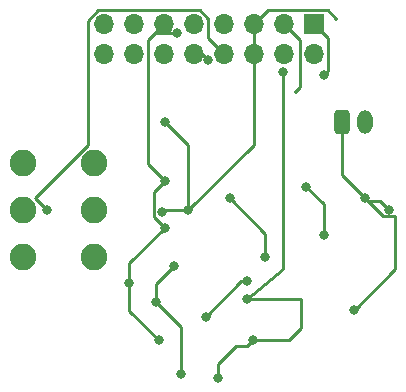
<source format=gbr>
%TF.GenerationSoftware,KiCad,Pcbnew,8.0.1*%
%TF.CreationDate,2024-03-24T14:38:36+02:00*%
%TF.ProjectId,project,70726f6a-6563-4742-9e6b-696361645f70,rev?*%
%TF.SameCoordinates,Original*%
%TF.FileFunction,Copper,L2,Bot*%
%TF.FilePolarity,Positive*%
%FSLAX46Y46*%
G04 Gerber Fmt 4.6, Leading zero omitted, Abs format (unit mm)*
G04 Created by KiCad (PCBNEW 8.0.1) date 2024-03-24 14:38:36*
%MOMM*%
%LPD*%
G01*
G04 APERTURE LIST*
G04 Aperture macros list*
%AMRoundRect*
0 Rectangle with rounded corners*
0 $1 Rounding radius*
0 $2 $3 $4 $5 $6 $7 $8 $9 X,Y pos of 4 corners*
0 Add a 4 corners polygon primitive as box body*
4,1,4,$2,$3,$4,$5,$6,$7,$8,$9,$2,$3,0*
0 Add four circle primitives for the rounded corners*
1,1,$1+$1,$2,$3*
1,1,$1+$1,$4,$5*
1,1,$1+$1,$6,$7*
1,1,$1+$1,$8,$9*
0 Add four rect primitives between the rounded corners*
20,1,$1+$1,$2,$3,$4,$5,0*
20,1,$1+$1,$4,$5,$6,$7,0*
20,1,$1+$1,$6,$7,$8,$9,0*
20,1,$1+$1,$8,$9,$2,$3,0*%
G04 Aperture macros list end*
%TA.AperFunction,ComponentPad*%
%ADD10C,2.250000*%
%TD*%
%TA.AperFunction,ComponentPad*%
%ADD11RoundRect,0.250000X0.400000X-0.750000X0.400000X0.750000X-0.400000X0.750000X-0.400000X-0.750000X0*%
%TD*%
%TA.AperFunction,ComponentPad*%
%ADD12O,1.300000X2.000000*%
%TD*%
%TA.AperFunction,ComponentPad*%
%ADD13R,1.700000X1.700000*%
%TD*%
%TA.AperFunction,ComponentPad*%
%ADD14O,1.700000X1.700000*%
%TD*%
%TA.AperFunction,ViaPad*%
%ADD15C,0.800000*%
%TD*%
%TA.AperFunction,ViaPad*%
%ADD16C,0.300000*%
%TD*%
%TA.AperFunction,Conductor*%
%ADD17C,0.250000*%
%TD*%
G04 APERTURE END LIST*
D10*
%TO.P,S1,1,1*%
%TO.N,unconnected-(S1-Pad1)*%
X53000000Y-112500000D03*
%TO.P,S1,2,2*%
%TO.N,Net-(IC1-BAT)*%
X53000000Y-116500000D03*
%TO.P,S1,3,3*%
%TO.N,unconnected-(S1-Pad3)*%
X53000000Y-120500000D03*
%TO.P,S1,4,4*%
%TO.N,unconnected-(S1-Pad4)*%
X59000000Y-112500000D03*
%TO.P,S1,5,5*%
%TO.N,unconnected-(S1-Pad5)*%
X59000000Y-116500000D03*
%TO.P,S1,6,6*%
%TO.N,Load*%
X59000000Y-120500000D03*
%TD*%
D11*
%TO.P,J2,1*%
%TO.N,GNDPWR*%
X80000000Y-109000000D03*
D12*
%TO.P,J2,2*%
%TO.N,Net-(IC1-BAT)*%
X82000000Y-109000000D03*
%TD*%
D13*
%TO.P,J1,1,P1*%
%TO.N,Motor1*%
X77625000Y-100765000D03*
D14*
%TO.P,J1,2,P2*%
%TO.N,PMW1*%
X77625000Y-103305000D03*
%TO.P,J1,3,P3*%
%TO.N,Motor1B*%
X75085000Y-100765000D03*
%TO.P,J1,4,P4*%
%TO.N,PMW2*%
X75085000Y-103305000D03*
%TO.P,J1,5,+12V*%
%TO.N,GNDPWR*%
X72545000Y-100765000D03*
%TO.P,J1,6,P6*%
X72545000Y-103305000D03*
%TO.P,J1,7,12V*%
%TO.N,Net-(IC1-BAT)*%
X70005000Y-100765000D03*
%TO.P,J1,8,+12V*%
X70005000Y-103305000D03*
%TO.P,J1,9,GND*%
%TO.N,unconnected-(J1-GND-Pad9)*%
X67465000Y-100765000D03*
%TO.P,J1,10,GND*%
%TO.N,ADC*%
X67465000Y-103305000D03*
%TO.P,J1,11,GND*%
%TO.N,Net-(IC1-CE)*%
X64925000Y-100765000D03*
%TO.P,J1,12,GND*%
%TO.N,unconnected-(J1-GND-Pad12)*%
X64925000Y-103305000D03*
%TO.P,J1,13,-12*%
%TO.N,Motor2*%
X62385000Y-100765000D03*
%TO.P,J1,14,-12V*%
%TO.N,PMW3*%
X62385000Y-103305000D03*
%TO.P,J1,15,-12V*%
%TO.N,Motor2B*%
X59845000Y-100765000D03*
%TO.P,J1,16,P16*%
%TO.N,PMW4*%
X59845000Y-103305000D03*
%TD*%
D15*
%TO.N,GNDPWR*%
X84000000Y-116500000D03*
%TO.N,Net-(IC1-~{CHRG})*%
X73500000Y-120500000D03*
X70500000Y-115500000D03*
%TO.N,GNDPWR*%
X64289847Y-124289847D03*
X66400000Y-130400000D03*
X65000000Y-109000000D03*
X67000000Y-116500000D03*
X65795847Y-121225000D03*
X82000000Y-115500000D03*
X64788000Y-116635000D03*
X81000000Y-124985002D03*
%TO.N,Net-(IC1-BAT)*%
X55000000Y-116500000D03*
%TO.N,Net-(IC1-CE)*%
X65000000Y-118000000D03*
X65000000Y-114000000D03*
X64500000Y-127500000D03*
X62000000Y-122675000D03*
X66000000Y-101500000D03*
D16*
%TO.N,Motor1B*%
X76000000Y-106500000D03*
D15*
%TO.N,Motor1*%
X78487347Y-105012653D03*
%TO.N,ADC*%
X69500000Y-130700000D03*
X75000000Y-104760000D03*
X68633591Y-103775896D03*
X72500000Y-127500000D03*
X72000000Y-124000000D03*
%TO.N,Net-(JP3-A)*%
X68500000Y-125500000D03*
X72000000Y-122500000D03*
%TO.N,Net-(LED1-K)*%
X78500000Y-118630000D03*
X77000000Y-114500000D03*
%TD*%
D17*
%TO.N,Net-(LED1-K)*%
X78500000Y-118630000D02*
X78500000Y-116000000D01*
X78500000Y-116000000D02*
X77000000Y-114500000D01*
%TO.N,GNDPWR*%
X64289847Y-124289847D02*
X66400000Y-126400000D01*
X66400000Y-126400000D02*
X66400000Y-130400000D01*
X83250000Y-115750000D02*
X84000000Y-116500000D01*
X82250000Y-115750000D02*
X83250000Y-115750000D01*
X82000000Y-115500000D02*
X82250000Y-115750000D01*
X80000000Y-113500000D02*
X80000000Y-109000000D01*
X82000000Y-115500000D02*
X80000000Y-113500000D01*
%TO.N,Net-(IC1-CE)*%
X64063000Y-117063000D02*
X64063000Y-114937000D01*
X65000000Y-118000000D02*
X64063000Y-117063000D01*
X64063000Y-114937000D02*
X65000000Y-114000000D01*
%TO.N,Net-(IC1-~{CHRG})*%
X73500000Y-118500000D02*
X73500000Y-120500000D01*
X70500000Y-115500000D02*
X73500000Y-118500000D01*
%TO.N,GNDPWR*%
X64923000Y-116500000D02*
X64788000Y-116635000D01*
X81000000Y-125000000D02*
X81000000Y-124985002D01*
X72545000Y-110955000D02*
X72545000Y-103305000D01*
X67000000Y-116500000D02*
X64923000Y-116500000D01*
X65795847Y-121225000D02*
X64289847Y-122731000D01*
X72545000Y-100765000D02*
X73720000Y-99590000D01*
X64289847Y-122731000D02*
X64289847Y-124289847D01*
X66500000Y-130300000D02*
X66400000Y-130400000D01*
X67000000Y-116500000D02*
X72545000Y-110955000D01*
X65000000Y-109000000D02*
X67000000Y-111000000D01*
X83500000Y-117000000D02*
X82000000Y-115500000D01*
X78800000Y-99590000D02*
X79500000Y-100290000D01*
X67000000Y-111000000D02*
X67000000Y-116500000D01*
X65000000Y-109000000D02*
X65225000Y-109000000D01*
X81000000Y-125000000D02*
X84500000Y-121500000D01*
X72545000Y-103305000D02*
X72545000Y-100765000D01*
X84500000Y-117000000D02*
X83500000Y-117000000D01*
X84500000Y-121500000D02*
X84500000Y-117000000D01*
X73720000Y-99590000D02*
X78800000Y-99590000D01*
%TO.N,Net-(IC1-BAT)*%
X58450000Y-111050000D02*
X58399390Y-111050000D01*
X57550000Y-111950000D02*
X54000000Y-115500000D01*
X58399390Y-111050000D02*
X57550000Y-111899390D01*
X54500000Y-116000000D02*
X55000000Y-116500000D01*
X70005000Y-103305000D02*
X68640000Y-101940000D01*
X68640000Y-100278299D02*
X67951701Y-99590000D01*
X57550000Y-111899390D02*
X57550000Y-111950000D01*
X54000000Y-115500000D02*
X54500000Y-116000000D01*
X58500000Y-100448299D02*
X58500000Y-111000000D01*
X67951701Y-99590000D02*
X59358299Y-99590000D01*
X59358299Y-99590000D02*
X58500000Y-100448299D01*
X58500000Y-111000000D02*
X58450000Y-111050000D01*
X68640000Y-101940000D02*
X68640000Y-100278299D01*
%TO.N,Net-(IC1-CE)*%
X62000000Y-122675000D02*
X62000000Y-121000000D01*
X64095000Y-101595000D02*
X63560000Y-102130000D01*
X63560000Y-112560000D02*
X65000000Y-114000000D01*
X62000000Y-125000000D02*
X64500000Y-127500000D01*
X63560000Y-102130000D02*
X63560000Y-112560000D01*
X64190000Y-101500000D02*
X66000000Y-101500000D01*
X62000000Y-122675000D02*
X62000000Y-125000000D01*
X64925000Y-100765000D02*
X64095000Y-101595000D01*
X62000000Y-121000000D02*
X65000000Y-118000000D01*
X64095000Y-101595000D02*
X64190000Y-101500000D01*
%TO.N,Motor1B*%
X76000000Y-106500000D02*
X76450000Y-106050000D01*
X76450000Y-102130000D02*
X75085000Y-100765000D01*
X76450000Y-106050000D02*
X76450000Y-102130000D01*
%TO.N,Motor1*%
X78800000Y-101940000D02*
X77625000Y-100765000D01*
X78800000Y-104700000D02*
X78800000Y-101940000D01*
X78487347Y-105012653D02*
X78800000Y-104700000D01*
%TO.N,ADC*%
X72500000Y-127500000D02*
X72000000Y-128000000D01*
X69500000Y-129500000D02*
X69500000Y-130700000D01*
X68162695Y-103305000D02*
X68633591Y-103775896D01*
X75500000Y-127500000D02*
X72500000Y-127500000D01*
X75000000Y-121500000D02*
X72000000Y-124000000D01*
X72000000Y-128000000D02*
X71000000Y-128000000D01*
X76500000Y-126500000D02*
X75500000Y-127500000D01*
X72500000Y-124000000D02*
X76500000Y-124000000D01*
X76500000Y-124000000D02*
X76500000Y-126500000D01*
X67465000Y-103305000D02*
X68162695Y-103305000D01*
X75000000Y-104760000D02*
X75000000Y-121500000D01*
X72000000Y-124000000D02*
X72500000Y-124000000D01*
X71000000Y-128000000D02*
X69500000Y-129500000D01*
%TO.N,Net-(JP3-A)*%
X68500000Y-125500000D02*
X71500000Y-122500000D01*
X71500000Y-122500000D02*
X72000000Y-122500000D01*
%TD*%
M02*

</source>
